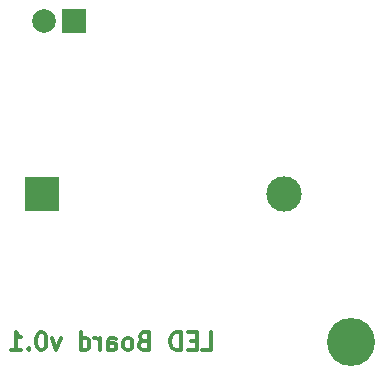
<source format=gbr>
G04 #@! TF.FileFunction,Copper,L2,Bot,Signal*
%FSLAX46Y46*%
G04 Gerber Fmt 4.6, Leading zero omitted, Abs format (unit mm)*
G04 Created by KiCad (PCBNEW no-vcs-found-undefined) date Sun Oct 23 13:20:11 2016*
%MOMM*%
%LPD*%
G01*
G04 APERTURE LIST*
%ADD10C,0.100000*%
%ADD11C,0.300000*%
%ADD12C,3.000000*%
%ADD13R,3.000000X3.000000*%
%ADD14R,2.000000X2.000000*%
%ADD15C,2.000000*%
%ADD16C,4.064000*%
%ADD17C,0.250000*%
G04 APERTURE END LIST*
D10*
D11*
X142334285Y-102278571D02*
X143048571Y-102278571D01*
X143048571Y-100778571D01*
X141834285Y-101492857D02*
X141334285Y-101492857D01*
X141120000Y-102278571D02*
X141834285Y-102278571D01*
X141834285Y-100778571D01*
X141120000Y-100778571D01*
X140477142Y-102278571D02*
X140477142Y-100778571D01*
X140120000Y-100778571D01*
X139905714Y-100850000D01*
X139762857Y-100992857D01*
X139691428Y-101135714D01*
X139620000Y-101421428D01*
X139620000Y-101635714D01*
X139691428Y-101921428D01*
X139762857Y-102064285D01*
X139905714Y-102207142D01*
X140120000Y-102278571D01*
X140477142Y-102278571D01*
X137334285Y-101492857D02*
X137120000Y-101564285D01*
X137048571Y-101635714D01*
X136977142Y-101778571D01*
X136977142Y-101992857D01*
X137048571Y-102135714D01*
X137120000Y-102207142D01*
X137262857Y-102278571D01*
X137834285Y-102278571D01*
X137834285Y-100778571D01*
X137334285Y-100778571D01*
X137191428Y-100850000D01*
X137120000Y-100921428D01*
X137048571Y-101064285D01*
X137048571Y-101207142D01*
X137120000Y-101350000D01*
X137191428Y-101421428D01*
X137334285Y-101492857D01*
X137834285Y-101492857D01*
X136120000Y-102278571D02*
X136262857Y-102207142D01*
X136334285Y-102135714D01*
X136405714Y-101992857D01*
X136405714Y-101564285D01*
X136334285Y-101421428D01*
X136262857Y-101350000D01*
X136120000Y-101278571D01*
X135905714Y-101278571D01*
X135762857Y-101350000D01*
X135691428Y-101421428D01*
X135620000Y-101564285D01*
X135620000Y-101992857D01*
X135691428Y-102135714D01*
X135762857Y-102207142D01*
X135905714Y-102278571D01*
X136120000Y-102278571D01*
X134334285Y-102278571D02*
X134334285Y-101492857D01*
X134405714Y-101350000D01*
X134548571Y-101278571D01*
X134834285Y-101278571D01*
X134977142Y-101350000D01*
X134334285Y-102207142D02*
X134477142Y-102278571D01*
X134834285Y-102278571D01*
X134977142Y-102207142D01*
X135048571Y-102064285D01*
X135048571Y-101921428D01*
X134977142Y-101778571D01*
X134834285Y-101707142D01*
X134477142Y-101707142D01*
X134334285Y-101635714D01*
X133620000Y-102278571D02*
X133620000Y-101278571D01*
X133620000Y-101564285D02*
X133548571Y-101421428D01*
X133477142Y-101350000D01*
X133334285Y-101278571D01*
X133191428Y-101278571D01*
X132048571Y-102278571D02*
X132048571Y-100778571D01*
X132048571Y-102207142D02*
X132191428Y-102278571D01*
X132477142Y-102278571D01*
X132620000Y-102207142D01*
X132691428Y-102135714D01*
X132762857Y-101992857D01*
X132762857Y-101564285D01*
X132691428Y-101421428D01*
X132620000Y-101350000D01*
X132477142Y-101278571D01*
X132191428Y-101278571D01*
X132048571Y-101350000D01*
X130334285Y-101278571D02*
X129977142Y-102278571D01*
X129620000Y-101278571D01*
X128762857Y-100778571D02*
X128620000Y-100778571D01*
X128477142Y-100850000D01*
X128405714Y-100921428D01*
X128334285Y-101064285D01*
X128262857Y-101350000D01*
X128262857Y-101707142D01*
X128334285Y-101992857D01*
X128405714Y-102135714D01*
X128477142Y-102207142D01*
X128620000Y-102278571D01*
X128762857Y-102278571D01*
X128905714Y-102207142D01*
X128977142Y-102135714D01*
X129048571Y-101992857D01*
X129120000Y-101707142D01*
X129120000Y-101350000D01*
X129048571Y-101064285D01*
X128977142Y-100921428D01*
X128905714Y-100850000D01*
X128762857Y-100778571D01*
X127620000Y-102135714D02*
X127548571Y-102207142D01*
X127620000Y-102278571D01*
X127691428Y-102207142D01*
X127620000Y-102135714D01*
X127620000Y-102278571D01*
X126120000Y-102278571D02*
X126977142Y-102278571D01*
X126548571Y-102278571D02*
X126548571Y-100778571D01*
X126691428Y-100992857D01*
X126834285Y-101135714D01*
X126977142Y-101207142D01*
D12*
X149280001Y-89075074D03*
D13*
X128790001Y-89075074D03*
D14*
X131440000Y-74375000D03*
D15*
X128900000Y-74375000D03*
D16*
X154940000Y-101600000D03*
D17*
X131440000Y-74375000D02*
X130810000Y-74930000D01*
X131440000Y-74375000D02*
X130810000Y-74930000D01*
M02*

</source>
